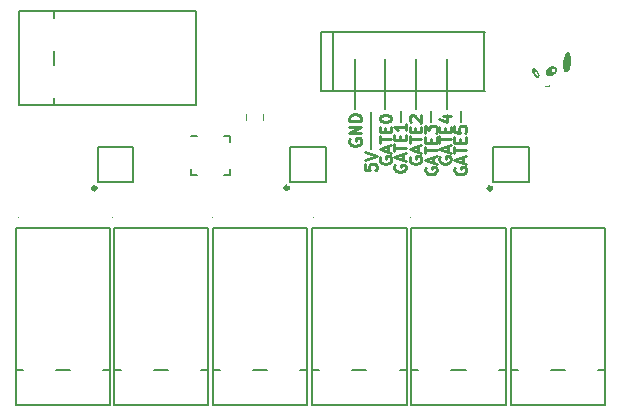
<source format=gbr>
G04 #@! TF.GenerationSoftware,KiCad,Pcbnew,5.0.2-bee76a0~70~ubuntu18.04.1*
G04 #@! TF.CreationDate,2020-03-12T15:00:25+01:00*
G04 #@! TF.ProjectId,magneto_bot_shield,6d61676e-6574-46f5-9f62-6f745f736869,rev?*
G04 #@! TF.SameCoordinates,Original*
G04 #@! TF.FileFunction,Legend,Top*
G04 #@! TF.FilePolarity,Positive*
%FSLAX46Y46*%
G04 Gerber Fmt 4.6, Leading zero omitted, Abs format (unit mm)*
G04 Created by KiCad (PCBNEW 5.0.2-bee76a0~70~ubuntu18.04.1) date Do 12 Mär 2020 15:00:25 CET*
%MOMM*%
%LPD*%
G01*
G04 APERTURE LIST*
%ADD10C,0.200000*%
%ADD11C,0.250000*%
%ADD12C,0.127000*%
%ADD13C,0.304800*%
%ADD14C,0.120000*%
%ADD15C,0.100000*%
%ADD16C,0.150000*%
%ADD17C,0.010000*%
%ADD18C,0.060000*%
G04 APERTURE END LIST*
D10*
X176200000Y-103000000D02*
X176200000Y-103900000D01*
X173700000Y-103000000D02*
X173700000Y-103900000D01*
X171100000Y-103000000D02*
X171100000Y-103900000D01*
X172400000Y-102800000D02*
X172400000Y-98600000D01*
X175000000Y-102800000D02*
X175000000Y-98600000D01*
X169800000Y-102800000D02*
X169800000Y-98600000D01*
X168600000Y-103100000D02*
X168600000Y-106200000D01*
X167200000Y-102800000D02*
X167200000Y-98600000D01*
D11*
X175700000Y-107776190D02*
X175652380Y-107871428D01*
X175652380Y-108014285D01*
X175700000Y-108157142D01*
X175795238Y-108252380D01*
X175890476Y-108300000D01*
X176080952Y-108347619D01*
X176223809Y-108347619D01*
X176414285Y-108300000D01*
X176509523Y-108252380D01*
X176604761Y-108157142D01*
X176652380Y-108014285D01*
X176652380Y-107919047D01*
X176604761Y-107776190D01*
X176557142Y-107728571D01*
X176223809Y-107728571D01*
X176223809Y-107919047D01*
X176366666Y-107347619D02*
X176366666Y-106871428D01*
X176652380Y-107442857D02*
X175652380Y-107109523D01*
X176652380Y-106776190D01*
X175652380Y-106585714D02*
X175652380Y-106014285D01*
X176652380Y-106300000D02*
X175652380Y-106300000D01*
X176128571Y-105680952D02*
X176128571Y-105347619D01*
X176652380Y-105204761D02*
X176652380Y-105680952D01*
X175652380Y-105680952D01*
X175652380Y-105204761D01*
X175652380Y-104300000D02*
X175652380Y-104776190D01*
X176128571Y-104823809D01*
X176080952Y-104776190D01*
X176033333Y-104680952D01*
X176033333Y-104442857D01*
X176080952Y-104347619D01*
X176128571Y-104300000D01*
X176223809Y-104252380D01*
X176461904Y-104252380D01*
X176557142Y-104300000D01*
X176604761Y-104347619D01*
X176652380Y-104442857D01*
X176652380Y-104680952D01*
X176604761Y-104776190D01*
X176557142Y-104823809D01*
X174400000Y-106876190D02*
X174352380Y-106971428D01*
X174352380Y-107114285D01*
X174400000Y-107257142D01*
X174495238Y-107352380D01*
X174590476Y-107400000D01*
X174780952Y-107447619D01*
X174923809Y-107447619D01*
X175114285Y-107400000D01*
X175209523Y-107352380D01*
X175304761Y-107257142D01*
X175352380Y-107114285D01*
X175352380Y-107019047D01*
X175304761Y-106876190D01*
X175257142Y-106828571D01*
X174923809Y-106828571D01*
X174923809Y-107019047D01*
X175066666Y-106447619D02*
X175066666Y-105971428D01*
X175352380Y-106542857D02*
X174352380Y-106209523D01*
X175352380Y-105876190D01*
X174352380Y-105685714D02*
X174352380Y-105114285D01*
X175352380Y-105400000D02*
X174352380Y-105400000D01*
X174828571Y-104780952D02*
X174828571Y-104447619D01*
X175352380Y-104304761D02*
X175352380Y-104780952D01*
X174352380Y-104780952D01*
X174352380Y-104304761D01*
X174685714Y-103447619D02*
X175352380Y-103447619D01*
X174304761Y-103685714D02*
X175019047Y-103923809D01*
X175019047Y-103304761D01*
X173200000Y-107776190D02*
X173152380Y-107871428D01*
X173152380Y-108014285D01*
X173200000Y-108157142D01*
X173295238Y-108252380D01*
X173390476Y-108300000D01*
X173580952Y-108347619D01*
X173723809Y-108347619D01*
X173914285Y-108300000D01*
X174009523Y-108252380D01*
X174104761Y-108157142D01*
X174152380Y-108014285D01*
X174152380Y-107919047D01*
X174104761Y-107776190D01*
X174057142Y-107728571D01*
X173723809Y-107728571D01*
X173723809Y-107919047D01*
X173866666Y-107347619D02*
X173866666Y-106871428D01*
X174152380Y-107442857D02*
X173152380Y-107109523D01*
X174152380Y-106776190D01*
X173152380Y-106585714D02*
X173152380Y-106014285D01*
X174152380Y-106300000D02*
X173152380Y-106300000D01*
X173628571Y-105680952D02*
X173628571Y-105347619D01*
X174152380Y-105204761D02*
X174152380Y-105680952D01*
X173152380Y-105680952D01*
X173152380Y-105204761D01*
X173152380Y-104871428D02*
X173152380Y-104252380D01*
X173533333Y-104585714D01*
X173533333Y-104442857D01*
X173580952Y-104347619D01*
X173628571Y-104300000D01*
X173723809Y-104252380D01*
X173961904Y-104252380D01*
X174057142Y-104300000D01*
X174104761Y-104347619D01*
X174152380Y-104442857D01*
X174152380Y-104728571D01*
X174104761Y-104823809D01*
X174057142Y-104871428D01*
X171900000Y-106876190D02*
X171852380Y-106971428D01*
X171852380Y-107114285D01*
X171900000Y-107257142D01*
X171995238Y-107352380D01*
X172090476Y-107400000D01*
X172280952Y-107447619D01*
X172423809Y-107447619D01*
X172614285Y-107400000D01*
X172709523Y-107352380D01*
X172804761Y-107257142D01*
X172852380Y-107114285D01*
X172852380Y-107019047D01*
X172804761Y-106876190D01*
X172757142Y-106828571D01*
X172423809Y-106828571D01*
X172423809Y-107019047D01*
X172566666Y-106447619D02*
X172566666Y-105971428D01*
X172852380Y-106542857D02*
X171852380Y-106209523D01*
X172852380Y-105876190D01*
X171852380Y-105685714D02*
X171852380Y-105114285D01*
X172852380Y-105400000D02*
X171852380Y-105400000D01*
X172328571Y-104780952D02*
X172328571Y-104447619D01*
X172852380Y-104304761D02*
X172852380Y-104780952D01*
X171852380Y-104780952D01*
X171852380Y-104304761D01*
X171947619Y-103923809D02*
X171900000Y-103876190D01*
X171852380Y-103780952D01*
X171852380Y-103542857D01*
X171900000Y-103447619D01*
X171947619Y-103400000D01*
X172042857Y-103352380D01*
X172138095Y-103352380D01*
X172280952Y-103400000D01*
X172852380Y-103971428D01*
X172852380Y-103352380D01*
X170600000Y-107576190D02*
X170552380Y-107671428D01*
X170552380Y-107814285D01*
X170600000Y-107957142D01*
X170695238Y-108052380D01*
X170790476Y-108100000D01*
X170980952Y-108147619D01*
X171123809Y-108147619D01*
X171314285Y-108100000D01*
X171409523Y-108052380D01*
X171504761Y-107957142D01*
X171552380Y-107814285D01*
X171552380Y-107719047D01*
X171504761Y-107576190D01*
X171457142Y-107528571D01*
X171123809Y-107528571D01*
X171123809Y-107719047D01*
X171266666Y-107147619D02*
X171266666Y-106671428D01*
X171552380Y-107242857D02*
X170552380Y-106909523D01*
X171552380Y-106576190D01*
X170552380Y-106385714D02*
X170552380Y-105814285D01*
X171552380Y-106100000D02*
X170552380Y-106100000D01*
X171028571Y-105480952D02*
X171028571Y-105147619D01*
X171552380Y-105004761D02*
X171552380Y-105480952D01*
X170552380Y-105480952D01*
X170552380Y-105004761D01*
X171552380Y-104052380D02*
X171552380Y-104623809D01*
X171552380Y-104338095D02*
X170552380Y-104338095D01*
X170695238Y-104433333D01*
X170790476Y-104528571D01*
X170838095Y-104623809D01*
X169352974Y-106876190D02*
X169305354Y-106971428D01*
X169305354Y-107114285D01*
X169352974Y-107257142D01*
X169448212Y-107352380D01*
X169543450Y-107400000D01*
X169733926Y-107447619D01*
X169876783Y-107447619D01*
X170067259Y-107400000D01*
X170162497Y-107352380D01*
X170257735Y-107257142D01*
X170305354Y-107114285D01*
X170305354Y-107019047D01*
X170257735Y-106876190D01*
X170210116Y-106828571D01*
X169876783Y-106828571D01*
X169876783Y-107019047D01*
X170019640Y-106447619D02*
X170019640Y-105971428D01*
X170305354Y-106542857D02*
X169305354Y-106209523D01*
X170305354Y-105876190D01*
X169305354Y-105685714D02*
X169305354Y-105114285D01*
X170305354Y-105400000D02*
X169305354Y-105400000D01*
X169781545Y-104780952D02*
X169781545Y-104447619D01*
X170305354Y-104304761D02*
X170305354Y-104780952D01*
X169305354Y-104780952D01*
X169305354Y-104304761D01*
X169305354Y-103685714D02*
X169305354Y-103590476D01*
X169352974Y-103495238D01*
X169400593Y-103447619D01*
X169495831Y-103400000D01*
X169686307Y-103352380D01*
X169924402Y-103352380D01*
X170114878Y-103400000D01*
X170210116Y-103447619D01*
X170257735Y-103495238D01*
X170305354Y-103590476D01*
X170305354Y-103685714D01*
X170257735Y-103780952D01*
X170210116Y-103828571D01*
X170114878Y-103876190D01*
X169924402Y-103923809D01*
X169686307Y-103923809D01*
X169495831Y-103876190D01*
X169400593Y-103828571D01*
X169352974Y-103780952D01*
X169305354Y-103685714D01*
X168052380Y-107490476D02*
X168052380Y-107966666D01*
X168528571Y-108014285D01*
X168480952Y-107966666D01*
X168433333Y-107871428D01*
X168433333Y-107633333D01*
X168480952Y-107538095D01*
X168528571Y-107490476D01*
X168623809Y-107442857D01*
X168861904Y-107442857D01*
X168957142Y-107490476D01*
X169004761Y-107538095D01*
X169052380Y-107633333D01*
X169052380Y-107871428D01*
X169004761Y-107966666D01*
X168957142Y-108014285D01*
X168052380Y-107157142D02*
X169052380Y-106823809D01*
X168052380Y-106490476D01*
X166800000Y-105361904D02*
X166752380Y-105457142D01*
X166752380Y-105600000D01*
X166800000Y-105742857D01*
X166895238Y-105838095D01*
X166990476Y-105885714D01*
X167180952Y-105933333D01*
X167323809Y-105933333D01*
X167514285Y-105885714D01*
X167609523Y-105838095D01*
X167704761Y-105742857D01*
X167752380Y-105600000D01*
X167752380Y-105504761D01*
X167704761Y-105361904D01*
X167657142Y-105314285D01*
X167323809Y-105314285D01*
X167323809Y-105504761D01*
X167752380Y-104885714D02*
X166752380Y-104885714D01*
X167752380Y-104314285D01*
X166752380Y-104314285D01*
X167752380Y-103838095D02*
X166752380Y-103838095D01*
X166752380Y-103600000D01*
X166800000Y-103457142D01*
X166895238Y-103361904D01*
X166990476Y-103314285D01*
X167180952Y-103266666D01*
X167323809Y-103266666D01*
X167514285Y-103314285D01*
X167609523Y-103361904D01*
X167704761Y-103457142D01*
X167752380Y-103600000D01*
X167752380Y-103838095D01*
D12*
G04 #@! TO.C,Q1*
X145452500Y-109022500D02*
X148452500Y-109022500D01*
X145452500Y-106022500D02*
X145452500Y-109022500D01*
X148452500Y-106022500D02*
X145452500Y-106022500D01*
X148452500Y-109022500D02*
X148452500Y-106022500D01*
D13*
X145302500Y-109522500D02*
G75*
G03X145302500Y-109522500I-150000J0D01*
G01*
D14*
G04 #@! TO.C,C5*
X159460000Y-103241422D02*
X159460000Y-103758578D01*
X158040000Y-103241422D02*
X158040000Y-103758578D01*
D15*
G04 #@! TO.C,D1*
X180460000Y-111950000D02*
G75*
G03X180460000Y-111950000I-50000J0D01*
G01*
G04 #@! TO.C,D2*
X171960000Y-112000000D02*
G75*
G03X171960000Y-112000000I-50000J0D01*
G01*
G04 #@! TO.C,D3*
X163710000Y-112000000D02*
G75*
G03X163710000Y-112000000I-50000J0D01*
G01*
G04 #@! TO.C,D4*
X155210000Y-112000000D02*
G75*
G03X155210000Y-112000000I-50000J0D01*
G01*
G04 #@! TO.C,D5*
X146710000Y-112000000D02*
G75*
G03X146710000Y-112000000I-50000J0D01*
G01*
G04 #@! TO.C,D6*
X138710000Y-112000000D02*
G75*
G03X138710000Y-112000000I-50000J0D01*
G01*
D16*
G04 #@! TO.C,J1*
X138500000Y-124900000D02*
X139100000Y-124900000D01*
X143100000Y-124900000D02*
X141900000Y-124900000D01*
X146500000Y-124900000D02*
X145900000Y-124900000D01*
X138500000Y-127900000D02*
X146500000Y-127900000D01*
X146500000Y-127900000D02*
X146500000Y-112900000D01*
X146500000Y-112900000D02*
X138500000Y-112900000D01*
X138500000Y-112900000D02*
X138500000Y-127900000D01*
G04 #@! TO.C,J2*
X146800000Y-112900000D02*
X146800000Y-127900000D01*
X154800000Y-112900000D02*
X146800000Y-112900000D01*
X154800000Y-127900000D02*
X154800000Y-112900000D01*
X146800000Y-127900000D02*
X154800000Y-127900000D01*
X154800000Y-124900000D02*
X154200000Y-124900000D01*
X151400000Y-124900000D02*
X150200000Y-124900000D01*
X146800000Y-124900000D02*
X147400000Y-124900000D01*
G04 #@! TO.C,J3*
X155200000Y-112900000D02*
X155200000Y-127900000D01*
X163200000Y-112900000D02*
X155200000Y-112900000D01*
X163200000Y-127900000D02*
X163200000Y-112900000D01*
X155200000Y-127900000D02*
X163200000Y-127900000D01*
X163200000Y-124900000D02*
X162600000Y-124900000D01*
X159800000Y-124900000D02*
X158600000Y-124900000D01*
X155200000Y-124900000D02*
X155800000Y-124900000D01*
G04 #@! TO.C,J4*
X163600000Y-124900000D02*
X164200000Y-124900000D01*
X168200000Y-124900000D02*
X167000000Y-124900000D01*
X171600000Y-124900000D02*
X171000000Y-124900000D01*
X163600000Y-127900000D02*
X171600000Y-127900000D01*
X171600000Y-127900000D02*
X171600000Y-112900000D01*
X171600000Y-112900000D02*
X163600000Y-112900000D01*
X163600000Y-112900000D02*
X163600000Y-127900000D01*
G04 #@! TO.C,J5*
X172000000Y-112900000D02*
X172000000Y-127900000D01*
X180000000Y-112900000D02*
X172000000Y-112900000D01*
X180000000Y-127900000D02*
X180000000Y-112900000D01*
X172000000Y-127900000D02*
X180000000Y-127900000D01*
X180000000Y-124900000D02*
X179400000Y-124900000D01*
X176600000Y-124900000D02*
X175400000Y-124900000D01*
X172000000Y-124900000D02*
X172600000Y-124900000D01*
G04 #@! TO.C,J6*
X141750000Y-94500000D02*
X141750000Y-95100000D01*
X141750000Y-99100000D02*
X141750000Y-97900000D01*
X141750000Y-102500000D02*
X141750000Y-101900000D01*
X138750000Y-94500000D02*
X138750000Y-102500000D01*
X138750000Y-102500000D02*
X153750000Y-102500000D01*
X153750000Y-102500000D02*
X153750000Y-94500000D01*
X153750000Y-94500000D02*
X138750000Y-94500000D01*
G04 #@! TO.C,J8*
X180400000Y-124900000D02*
X181000000Y-124900000D01*
X185000000Y-124900000D02*
X183800000Y-124900000D01*
X188400000Y-124900000D02*
X187800000Y-124900000D01*
X180400000Y-127900000D02*
X188400000Y-127900000D01*
X188400000Y-127900000D02*
X188400000Y-112900000D01*
X188400000Y-112900000D02*
X180400000Y-112900000D01*
X180400000Y-112900000D02*
X180400000Y-127900000D01*
G04 #@! TO.C,MAX1*
X156625000Y-105125000D02*
X156625000Y-105625000D01*
X153375000Y-108375000D02*
X153375000Y-107875000D01*
X156625000Y-108375000D02*
X156625000Y-107875000D01*
X153375000Y-105125000D02*
X153875000Y-105125000D01*
X153375000Y-108375000D02*
X153875000Y-108375000D01*
X156625000Y-108375000D02*
X156125000Y-108375000D01*
X156625000Y-105125000D02*
X156125000Y-105125000D01*
D13*
G04 #@! TO.C,Q2*
X161600000Y-109500000D02*
G75*
G03X161600000Y-109500000I-150000J0D01*
G01*
D12*
X164750000Y-109000000D02*
X164750000Y-106000000D01*
X164750000Y-106000000D02*
X161750000Y-106000000D01*
X161750000Y-106000000D02*
X161750000Y-109000000D01*
X161750000Y-109000000D02*
X164750000Y-109000000D01*
D13*
G04 #@! TO.C,Q3*
X178802500Y-109522500D02*
G75*
G03X178802500Y-109522500I-150000J0D01*
G01*
D12*
X181952500Y-109022500D02*
X181952500Y-106022500D01*
X181952500Y-106022500D02*
X178952500Y-106022500D01*
X178952500Y-106022500D02*
X178952500Y-109022500D01*
X178952500Y-109022500D02*
X181952500Y-109022500D01*
D15*
G04 #@! TO.C,D7*
X138710000Y-103750000D02*
G75*
G03X138710000Y-103750000I-50000J0D01*
G01*
D17*
G04 #@! TO.C,H3*
G36*
X185228201Y-98029738D02*
X185248348Y-98031965D01*
X185265863Y-98035564D01*
X185281188Y-98041308D01*
X185294766Y-98049971D01*
X185307039Y-98062324D01*
X185318450Y-98079140D01*
X185329440Y-98101193D01*
X185340453Y-98129255D01*
X185351931Y-98164099D01*
X185364316Y-98206498D01*
X185378050Y-98257225D01*
X185393577Y-98317052D01*
X185394299Y-98319867D01*
X185411506Y-98392474D01*
X185425540Y-98464276D01*
X185436689Y-98537443D01*
X185445238Y-98614150D01*
X185451474Y-98696569D01*
X185455609Y-98784760D01*
X185456717Y-98818405D01*
X185457222Y-98844525D01*
X185456933Y-98865749D01*
X185455658Y-98884703D01*
X185453208Y-98904014D01*
X185449391Y-98926309D01*
X185444016Y-98954217D01*
X185442872Y-98960020D01*
X185426391Y-99038711D01*
X185408865Y-99113406D01*
X185390546Y-99183339D01*
X185371687Y-99247741D01*
X185352541Y-99305845D01*
X185333359Y-99356882D01*
X185314394Y-99400085D01*
X185295900Y-99434686D01*
X185278657Y-99459293D01*
X185267953Y-99472749D01*
X185253677Y-99491717D01*
X185237975Y-99513311D01*
X185227487Y-99528152D01*
X185201986Y-99562275D01*
X185178222Y-99589201D01*
X185156922Y-99608184D01*
X185139823Y-99618106D01*
X185127848Y-99620698D01*
X185110149Y-99622358D01*
X185095639Y-99622712D01*
X185079049Y-99621866D01*
X185063769Y-99619024D01*
X185046746Y-99613303D01*
X185024929Y-99603818D01*
X185015960Y-99599618D01*
X184993192Y-99587894D01*
X184971706Y-99575181D01*
X184954652Y-99563418D01*
X184948199Y-99557955D01*
X184925298Y-99529710D01*
X184905228Y-99491883D01*
X184887972Y-99444420D01*
X184873507Y-99387269D01*
X184864959Y-99341020D01*
X184862442Y-99323764D01*
X184860422Y-99305587D01*
X184858848Y-99285174D01*
X184857672Y-99261208D01*
X184856843Y-99232375D01*
X184856312Y-99197359D01*
X184856029Y-99154844D01*
X184855945Y-99103516D01*
X184855945Y-99102260D01*
X184856068Y-99045778D01*
X184856514Y-98997431D01*
X184857403Y-98955192D01*
X184858857Y-98917037D01*
X184860997Y-98880942D01*
X184863942Y-98844882D01*
X184867814Y-98806833D01*
X184872734Y-98764769D01*
X184878823Y-98716667D01*
X184879068Y-98714778D01*
X184888126Y-98657754D01*
X184900976Y-98595299D01*
X184917031Y-98529301D01*
X184935706Y-98461648D01*
X184956413Y-98394227D01*
X184978565Y-98328927D01*
X185001577Y-98267635D01*
X185024862Y-98212239D01*
X185047832Y-98164626D01*
X185053030Y-98154937D01*
X185080897Y-98110835D01*
X185111983Y-98073517D01*
X185112588Y-98072896D01*
X185135380Y-98051619D01*
X185156068Y-98037902D01*
X185177763Y-98030583D01*
X185203575Y-98028502D01*
X185228201Y-98029738D01*
X185228201Y-98029738D01*
G37*
X185228201Y-98029738D02*
X185248348Y-98031965D01*
X185265863Y-98035564D01*
X185281188Y-98041308D01*
X185294766Y-98049971D01*
X185307039Y-98062324D01*
X185318450Y-98079140D01*
X185329440Y-98101193D01*
X185340453Y-98129255D01*
X185351931Y-98164099D01*
X185364316Y-98206498D01*
X185378050Y-98257225D01*
X185393577Y-98317052D01*
X185394299Y-98319867D01*
X185411506Y-98392474D01*
X185425540Y-98464276D01*
X185436689Y-98537443D01*
X185445238Y-98614150D01*
X185451474Y-98696569D01*
X185455609Y-98784760D01*
X185456717Y-98818405D01*
X185457222Y-98844525D01*
X185456933Y-98865749D01*
X185455658Y-98884703D01*
X185453208Y-98904014D01*
X185449391Y-98926309D01*
X185444016Y-98954217D01*
X185442872Y-98960020D01*
X185426391Y-99038711D01*
X185408865Y-99113406D01*
X185390546Y-99183339D01*
X185371687Y-99247741D01*
X185352541Y-99305845D01*
X185333359Y-99356882D01*
X185314394Y-99400085D01*
X185295900Y-99434686D01*
X185278657Y-99459293D01*
X185267953Y-99472749D01*
X185253677Y-99491717D01*
X185237975Y-99513311D01*
X185227487Y-99528152D01*
X185201986Y-99562275D01*
X185178222Y-99589201D01*
X185156922Y-99608184D01*
X185139823Y-99618106D01*
X185127848Y-99620698D01*
X185110149Y-99622358D01*
X185095639Y-99622712D01*
X185079049Y-99621866D01*
X185063769Y-99619024D01*
X185046746Y-99613303D01*
X185024929Y-99603818D01*
X185015960Y-99599618D01*
X184993192Y-99587894D01*
X184971706Y-99575181D01*
X184954652Y-99563418D01*
X184948199Y-99557955D01*
X184925298Y-99529710D01*
X184905228Y-99491883D01*
X184887972Y-99444420D01*
X184873507Y-99387269D01*
X184864959Y-99341020D01*
X184862442Y-99323764D01*
X184860422Y-99305587D01*
X184858848Y-99285174D01*
X184857672Y-99261208D01*
X184856843Y-99232375D01*
X184856312Y-99197359D01*
X184856029Y-99154844D01*
X184855945Y-99103516D01*
X184855945Y-99102260D01*
X184856068Y-99045778D01*
X184856514Y-98997431D01*
X184857403Y-98955192D01*
X184858857Y-98917037D01*
X184860997Y-98880942D01*
X184863942Y-98844882D01*
X184867814Y-98806833D01*
X184872734Y-98764769D01*
X184878823Y-98716667D01*
X184879068Y-98714778D01*
X184888126Y-98657754D01*
X184900976Y-98595299D01*
X184917031Y-98529301D01*
X184935706Y-98461648D01*
X184956413Y-98394227D01*
X184978565Y-98328927D01*
X185001577Y-98267635D01*
X185024862Y-98212239D01*
X185047832Y-98164626D01*
X185053030Y-98154937D01*
X185080897Y-98110835D01*
X185111983Y-98073517D01*
X185112588Y-98072896D01*
X185135380Y-98051619D01*
X185156068Y-98037902D01*
X185177763Y-98030583D01*
X185203575Y-98028502D01*
X185228201Y-98029738D01*
G04 #@! TO.C,H4*
G36*
X183968423Y-99201777D02*
X184006263Y-99205066D01*
X184026759Y-99208897D01*
X184078390Y-99225874D01*
X184123060Y-99249654D01*
X184160646Y-99279527D01*
X184191024Y-99314781D01*
X184214071Y-99354703D01*
X184229661Y-99398583D01*
X184237672Y-99445708D01*
X184237980Y-99495366D01*
X184230461Y-99546846D01*
X184214990Y-99599436D01*
X184191445Y-99652424D01*
X184159701Y-99705099D01*
X184121669Y-99754398D01*
X184072024Y-99805506D01*
X184017034Y-99850255D01*
X183957863Y-99888142D01*
X183895678Y-99918666D01*
X183831645Y-99941325D01*
X183766929Y-99955617D01*
X183702695Y-99961041D01*
X183648218Y-99958169D01*
X183593393Y-99947107D01*
X183544297Y-99928036D01*
X183501371Y-99901148D01*
X183482887Y-99885333D01*
X183451140Y-99851436D01*
X183428000Y-99816962D01*
X183412118Y-99779320D01*
X183402141Y-99735916D01*
X183400986Y-99728145D01*
X183398426Y-99673755D01*
X183405286Y-99618691D01*
X183420934Y-99563752D01*
X183434275Y-99533475D01*
X183799164Y-99533475D01*
X183801545Y-99555112D01*
X183814506Y-99599304D01*
X183835689Y-99638657D01*
X183864198Y-99672122D01*
X183899137Y-99698653D01*
X183939610Y-99717204D01*
X183940453Y-99717481D01*
X183960411Y-99721460D01*
X183987461Y-99723152D01*
X184005684Y-99722976D01*
X184029938Y-99721571D01*
X184048324Y-99718634D01*
X184065122Y-99713176D01*
X184082690Y-99705155D01*
X184119679Y-99681788D01*
X184150282Y-99651948D01*
X184173754Y-99617048D01*
X184189349Y-99578504D01*
X184196322Y-99537728D01*
X184193925Y-99496134D01*
X184193670Y-99494722D01*
X184180966Y-99452824D01*
X184159644Y-99414438D01*
X184130985Y-99381215D01*
X184096270Y-99354806D01*
X184077445Y-99344858D01*
X184047518Y-99335350D01*
X184012396Y-99330786D01*
X183975790Y-99331225D01*
X183941413Y-99336724D01*
X183923531Y-99342426D01*
X183888383Y-99361486D01*
X183857691Y-99387944D01*
X183832440Y-99420087D01*
X183813613Y-99456199D01*
X183802193Y-99494567D01*
X183799164Y-99533475D01*
X183434275Y-99533475D01*
X183444736Y-99509736D01*
X183476061Y-99457441D01*
X183514274Y-99407666D01*
X183558745Y-99361207D01*
X183608840Y-99318864D01*
X183663926Y-99281434D01*
X183723370Y-99249716D01*
X183786541Y-99224507D01*
X183804886Y-99218701D01*
X183841263Y-99210238D01*
X183882757Y-99204503D01*
X183926199Y-99201636D01*
X183968423Y-99201777D01*
X183968423Y-99201777D01*
G37*
X183968423Y-99201777D02*
X184006263Y-99205066D01*
X184026759Y-99208897D01*
X184078390Y-99225874D01*
X184123060Y-99249654D01*
X184160646Y-99279527D01*
X184191024Y-99314781D01*
X184214071Y-99354703D01*
X184229661Y-99398583D01*
X184237672Y-99445708D01*
X184237980Y-99495366D01*
X184230461Y-99546846D01*
X184214990Y-99599436D01*
X184191445Y-99652424D01*
X184159701Y-99705099D01*
X184121669Y-99754398D01*
X184072024Y-99805506D01*
X184017034Y-99850255D01*
X183957863Y-99888142D01*
X183895678Y-99918666D01*
X183831645Y-99941325D01*
X183766929Y-99955617D01*
X183702695Y-99961041D01*
X183648218Y-99958169D01*
X183593393Y-99947107D01*
X183544297Y-99928036D01*
X183501371Y-99901148D01*
X183482887Y-99885333D01*
X183451140Y-99851436D01*
X183428000Y-99816962D01*
X183412118Y-99779320D01*
X183402141Y-99735916D01*
X183400986Y-99728145D01*
X183398426Y-99673755D01*
X183405286Y-99618691D01*
X183420934Y-99563752D01*
X183434275Y-99533475D01*
X183799164Y-99533475D01*
X183801545Y-99555112D01*
X183814506Y-99599304D01*
X183835689Y-99638657D01*
X183864198Y-99672122D01*
X183899137Y-99698653D01*
X183939610Y-99717204D01*
X183940453Y-99717481D01*
X183960411Y-99721460D01*
X183987461Y-99723152D01*
X184005684Y-99722976D01*
X184029938Y-99721571D01*
X184048324Y-99718634D01*
X184065122Y-99713176D01*
X184082690Y-99705155D01*
X184119679Y-99681788D01*
X184150282Y-99651948D01*
X184173754Y-99617048D01*
X184189349Y-99578504D01*
X184196322Y-99537728D01*
X184193925Y-99496134D01*
X184193670Y-99494722D01*
X184180966Y-99452824D01*
X184159644Y-99414438D01*
X184130985Y-99381215D01*
X184096270Y-99354806D01*
X184077445Y-99344858D01*
X184047518Y-99335350D01*
X184012396Y-99330786D01*
X183975790Y-99331225D01*
X183941413Y-99336724D01*
X183923531Y-99342426D01*
X183888383Y-99361486D01*
X183857691Y-99387944D01*
X183832440Y-99420087D01*
X183813613Y-99456199D01*
X183802193Y-99494567D01*
X183799164Y-99533475D01*
X183434275Y-99533475D01*
X183444736Y-99509736D01*
X183476061Y-99457441D01*
X183514274Y-99407666D01*
X183558745Y-99361207D01*
X183608840Y-99318864D01*
X183663926Y-99281434D01*
X183723370Y-99249716D01*
X183786541Y-99224507D01*
X183804886Y-99218701D01*
X183841263Y-99210238D01*
X183882757Y-99204503D01*
X183926199Y-99201636D01*
X183968423Y-99201777D01*
G36*
X182343665Y-99392400D02*
X182361199Y-99394815D01*
X182377879Y-99400076D01*
X182396678Y-99408404D01*
X182446544Y-99436810D01*
X182496028Y-99474026D01*
X182544186Y-99518713D01*
X182590077Y-99569536D01*
X182632757Y-99625158D01*
X182671285Y-99684244D01*
X182704717Y-99745456D01*
X182732112Y-99807459D01*
X182752526Y-99868917D01*
X182765018Y-99928492D01*
X182765381Y-99931129D01*
X182768149Y-99974196D01*
X182764456Y-100012257D01*
X182754593Y-100044427D01*
X182738853Y-100069822D01*
X182717525Y-100087556D01*
X182713187Y-100089832D01*
X182685219Y-100098318D01*
X182653409Y-100099581D01*
X182621189Y-100093488D01*
X182620740Y-100093346D01*
X182577203Y-100075057D01*
X182532270Y-100047842D01*
X182486881Y-100012665D01*
X182441976Y-99970487D01*
X182398495Y-99922272D01*
X182357378Y-99868982D01*
X182319565Y-99811579D01*
X182285996Y-99751026D01*
X182285540Y-99750119D01*
X182260181Y-99695845D01*
X182251711Y-99673574D01*
X182405284Y-99673574D01*
X182405543Y-99701315D01*
X182408121Y-99729311D01*
X182412567Y-99752702D01*
X182422407Y-99782865D01*
X182436999Y-99817156D01*
X182454535Y-99851944D01*
X182473208Y-99883596D01*
X182488382Y-99905022D01*
X182519895Y-99940806D01*
X182551152Y-99968895D01*
X182581506Y-99989000D01*
X182610309Y-100000834D01*
X182636913Y-100004109D01*
X182660670Y-99998538D01*
X182676133Y-99988466D01*
X182690767Y-99971999D01*
X182700019Y-99952003D01*
X182704606Y-99926313D01*
X182705402Y-99900316D01*
X182701584Y-99861085D01*
X182691587Y-99820767D01*
X182676265Y-99780451D01*
X182656466Y-99741228D01*
X182633042Y-99704188D01*
X182606844Y-99670421D01*
X182578723Y-99641018D01*
X182549529Y-99617069D01*
X182520113Y-99599664D01*
X182491326Y-99589894D01*
X182464019Y-99588849D01*
X182462521Y-99589075D01*
X182440226Y-99597610D01*
X182421870Y-99614429D01*
X182411805Y-99631686D01*
X182407365Y-99649295D01*
X182405284Y-99673574D01*
X182251711Y-99673574D01*
X182241505Y-99646742D01*
X182228956Y-99600850D01*
X182221980Y-99556209D01*
X182220024Y-99518820D01*
X182220147Y-99493734D01*
X182221356Y-99475780D01*
X182224108Y-99461950D01*
X182228861Y-99449235D01*
X182231443Y-99443751D01*
X182242212Y-99426421D01*
X182255671Y-99410733D01*
X182261471Y-99405651D01*
X182271774Y-99398608D01*
X182281873Y-99394452D01*
X182294939Y-99392443D01*
X182314145Y-99391838D01*
X182320641Y-99391820D01*
X182343665Y-99392400D01*
X182343665Y-99392400D01*
G37*
X182343665Y-99392400D02*
X182361199Y-99394815D01*
X182377879Y-99400076D01*
X182396678Y-99408404D01*
X182446544Y-99436810D01*
X182496028Y-99474026D01*
X182544186Y-99518713D01*
X182590077Y-99569536D01*
X182632757Y-99625158D01*
X182671285Y-99684244D01*
X182704717Y-99745456D01*
X182732112Y-99807459D01*
X182752526Y-99868917D01*
X182765018Y-99928492D01*
X182765381Y-99931129D01*
X182768149Y-99974196D01*
X182764456Y-100012257D01*
X182754593Y-100044427D01*
X182738853Y-100069822D01*
X182717525Y-100087556D01*
X182713187Y-100089832D01*
X182685219Y-100098318D01*
X182653409Y-100099581D01*
X182621189Y-100093488D01*
X182620740Y-100093346D01*
X182577203Y-100075057D01*
X182532270Y-100047842D01*
X182486881Y-100012665D01*
X182441976Y-99970487D01*
X182398495Y-99922272D01*
X182357378Y-99868982D01*
X182319565Y-99811579D01*
X182285996Y-99751026D01*
X182285540Y-99750119D01*
X182260181Y-99695845D01*
X182251711Y-99673574D01*
X182405284Y-99673574D01*
X182405543Y-99701315D01*
X182408121Y-99729311D01*
X182412567Y-99752702D01*
X182422407Y-99782865D01*
X182436999Y-99817156D01*
X182454535Y-99851944D01*
X182473208Y-99883596D01*
X182488382Y-99905022D01*
X182519895Y-99940806D01*
X182551152Y-99968895D01*
X182581506Y-99989000D01*
X182610309Y-100000834D01*
X182636913Y-100004109D01*
X182660670Y-99998538D01*
X182676133Y-99988466D01*
X182690767Y-99971999D01*
X182700019Y-99952003D01*
X182704606Y-99926313D01*
X182705402Y-99900316D01*
X182701584Y-99861085D01*
X182691587Y-99820767D01*
X182676265Y-99780451D01*
X182656466Y-99741228D01*
X182633042Y-99704188D01*
X182606844Y-99670421D01*
X182578723Y-99641018D01*
X182549529Y-99617069D01*
X182520113Y-99599664D01*
X182491326Y-99589894D01*
X182464019Y-99588849D01*
X182462521Y-99589075D01*
X182440226Y-99597610D01*
X182421870Y-99614429D01*
X182411805Y-99631686D01*
X182407365Y-99649295D01*
X182405284Y-99673574D01*
X182251711Y-99673574D01*
X182241505Y-99646742D01*
X182228956Y-99600850D01*
X182221980Y-99556209D01*
X182220024Y-99518820D01*
X182220147Y-99493734D01*
X182221356Y-99475780D01*
X182224108Y-99461950D01*
X182228861Y-99449235D01*
X182231443Y-99443751D01*
X182242212Y-99426421D01*
X182255671Y-99410733D01*
X182261471Y-99405651D01*
X182271774Y-99398608D01*
X182281873Y-99394452D01*
X182294939Y-99392443D01*
X182314145Y-99391838D01*
X182320641Y-99391820D01*
X182343665Y-99392400D01*
D18*
G36*
X183674692Y-100831830D02*
X183678884Y-100837238D01*
X183679842Y-100845434D01*
X183675424Y-100850854D01*
X183663375Y-100858710D01*
X183645655Y-100868093D01*
X183624225Y-100878090D01*
X183601046Y-100887791D01*
X183578078Y-100896284D01*
X183557282Y-100902659D01*
X183555917Y-100903013D01*
X183512856Y-100910486D01*
X183464361Y-100912860D01*
X183413785Y-100910138D01*
X183367500Y-100902965D01*
X183340200Y-100897186D01*
X183321309Y-100892973D01*
X183309286Y-100889840D01*
X183302588Y-100887302D01*
X183299673Y-100884876D01*
X183298999Y-100882076D01*
X183298997Y-100881433D01*
X183300026Y-100873727D01*
X183303898Y-100869084D01*
X183312140Y-100867369D01*
X183326276Y-100868449D01*
X183347832Y-100872190D01*
X183364960Y-100875657D01*
X183423922Y-100885109D01*
X183477388Y-100887441D01*
X183527312Y-100882442D01*
X183575646Y-100869901D01*
X183624342Y-100849609D01*
X183629221Y-100847188D01*
X183651207Y-100836758D01*
X183665915Y-100831654D01*
X183674692Y-100831830D01*
X183674692Y-100831830D01*
G37*
X183674692Y-100831830D02*
X183678884Y-100837238D01*
X183679842Y-100845434D01*
X183675424Y-100850854D01*
X183663375Y-100858710D01*
X183645655Y-100868093D01*
X183624225Y-100878090D01*
X183601046Y-100887791D01*
X183578078Y-100896284D01*
X183557282Y-100902659D01*
X183555917Y-100903013D01*
X183512856Y-100910486D01*
X183464361Y-100912860D01*
X183413785Y-100910138D01*
X183367500Y-100902965D01*
X183340200Y-100897186D01*
X183321309Y-100892973D01*
X183309286Y-100889840D01*
X183302588Y-100887302D01*
X183299673Y-100884876D01*
X183298999Y-100882076D01*
X183298997Y-100881433D01*
X183300026Y-100873727D01*
X183303898Y-100869084D01*
X183312140Y-100867369D01*
X183326276Y-100868449D01*
X183347832Y-100872190D01*
X183364960Y-100875657D01*
X183423922Y-100885109D01*
X183477388Y-100887441D01*
X183527312Y-100882442D01*
X183575646Y-100869901D01*
X183624342Y-100849609D01*
X183629221Y-100847188D01*
X183651207Y-100836758D01*
X183665915Y-100831654D01*
X183674692Y-100831830D01*
D12*
G04 #@! TO.C,J7*
X178240000Y-96300000D02*
X164340000Y-96300000D01*
X164340000Y-96300000D02*
X164340000Y-101300000D01*
X164340000Y-101300000D02*
X178210000Y-101290000D01*
X178180000Y-101290000D02*
X178180000Y-96290000D01*
X165380000Y-101340000D02*
X165380000Y-96260000D01*
G04 #@! TD*
M02*

</source>
